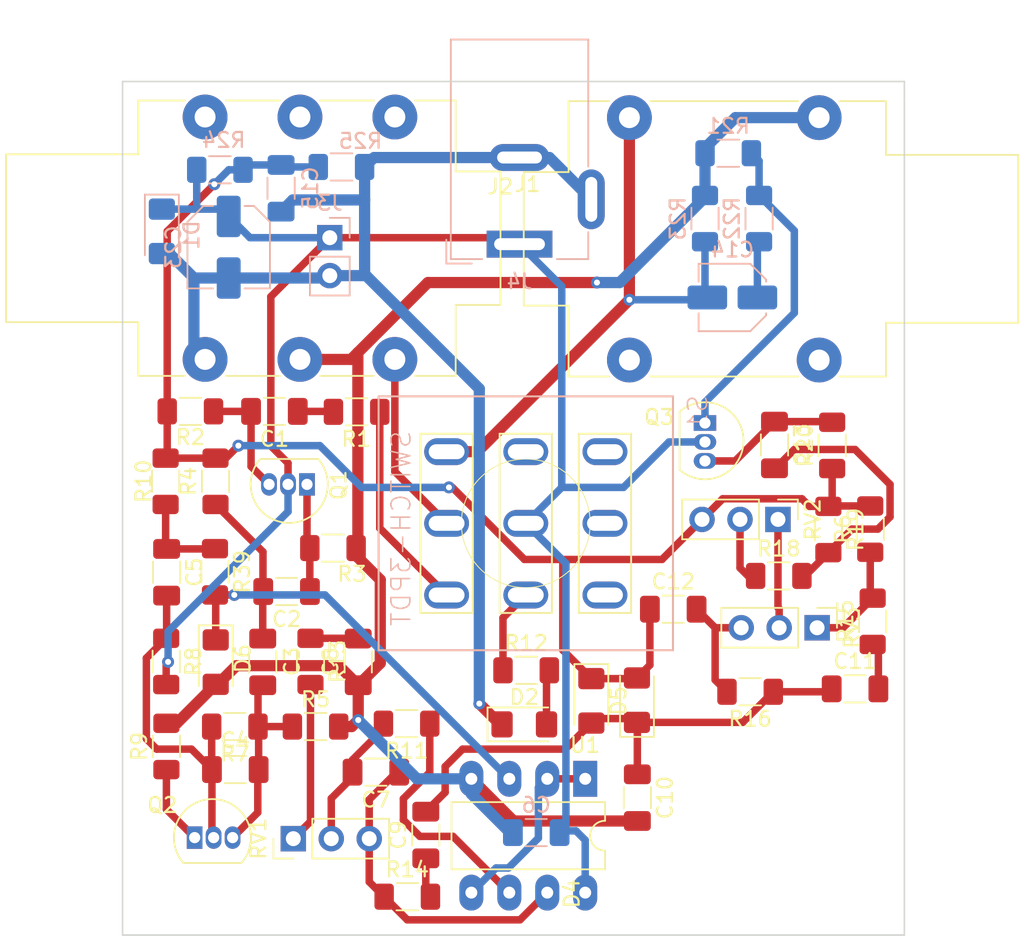
<source format=kicad_pcb>
(kicad_pcb (version 20211014) (generator pcbnew)
  (layers (0 "F.Cu" signal) (31 "B.Cu" signal) (34 "B.Paste" user) (35 "F.Paste" user) (36 "B.SilkS" user "B.Silkscreen") (37 "F.SilkS" user "F.Silkscreen") (38 "B.Mask" user) (39 "F.Mask" user) (44 "Edge.Cuts" user))
  (net 0 "")
  (net 1 "Net-(C1-Pad1)")
  (net 2 "Net-(C1-Pad2)")
  (net 3 "Net-(C2-Pad1)")
  (net 4 "Net-(C3-Pad1)")
  (net 5 "Net-(C4-Pad2)")
  (net 6 "Net-(C5-Pad1)")
  (net 7 "Net-(C7-Pad1)")
  (net 8 "Net-(C7-Pad2)")
  (net 9 "GND")
  (net 10 "Net-(C8-Pad2)")
  (net 11 "Net-(C9-Pad1)")
  (net 12 "Op-Amp Output")
  (net 13 "Net-(C11-Pad2)")
  (net 14 "+4.5V")
  (net 15 "Net-(C12-Pad2)")
  (net 16 "Net-(C13-Pad1)")
  (net 17 "Net-(C2-Pad2)")
  (net 18 "+9V")
  (net 23 "Net-(Q2-Pad1)")
  (net 24 "Net-(R15-Pad2)")
  (net 25 "Net-(R11-Pad1)")
  (net 26 "Net-(R13-Pad2)")
  (net 27 "Net-(C14-Pad1)")
  (net 28 "Net-(RV2-Pad1)")
  (net 29 "Net-(U1-Pad2)")
  (net 30 "Net-(Q3-Pad1)")
  (net 31 "Net-(R18-Pad1)")
  (net 32 "Net-(D6-Pad1)")
  (net 33 "Net-(C13-Pad2)")
  (net 34 "Bypass")
  (net 35 "GND1")
  (net 36 "Net-(D2-Pad2)")
  (net 38 "Net-(J1-PadT)")
  (net 39 "Net-(R1-Pad1)")
  (net 40 "Net-(R12-Pad1)")
  (footprint "Capacitor_SMD:C_1206_3216Metric_Pad1.33x1.80mm_HandSolder" (layer "F.Cu") (at 56.1175 143.002 90)
    (fp_text reference "C3")
    (fp_text value "47n")
  )
  (footprint "Resistor_SMD:R_1206_3216Metric_Pad1.30x1.75mm_HandSolder" (layer "F.Cu") (at 94.225452 128.506549 90)
    (fp_text reference "R20")
    (fp_text value "1M")
  )
  (footprint "Resistor_SMD:R_1206_3216Metric_Pad1.30x1.75mm_HandSolder" (layer "F.Cu") (at 52.921184 136.97 -90)
    (fp_text reference "R39")
    (fp_text value "47k")
  )
  (footprint "Package_TO_SOT_THT:TO-92L_Inline" (layer "F.Cu") (at 59.081 131.116508 180)
    (fp_text reference "Q1")
    (fp_text value "2SC2240")
  )
  (footprint "Diode_SMD:D_1206_3216Metric_Pad1.42x1.75mm_HandSolder" (layer "F.Cu") (at 81.162141 145.565384 90)
    (fp_text reference "D4")
    (fp_text value "1N4148")
  )
  (footprint "Resistor_SMD:R_1206_3216Metric_Pad1.30x1.75mm_HandSolder" (layer "F.Cu") (at 73.746 143.566)
    (fp_text reference "R12")
    (fp_text value "680R")
  )
  (footprint "Resistor_SMD:R_1206_3216Metric_Pad1.30x1.75mm_HandSolder" (layer "F.Cu") (at 90.652 137.246)
    (fp_text reference "R18")
    (fp_text value "10k")
  )
  (footprint "Capacitor_SMD:C_1206_3216Metric_Pad1.33x1.80mm_HandSolder" (layer "F.Cu") (at 62.509 143.002 90)
    (fp_text reference "C8")
    (fp_text value "470n")
  )
  (footprint "Connector_PinHeader_2.54mm:PinHeader_1x03_P2.54mm_Vertical" (layer "F.Cu") (at 58.165 154.839 90)
    (fp_text reference "RV1")
    (fp_text value "100k")
  )
  (footprint "Resistor_SMD:R_1206_3216Metric_Pad1.30x1.75mm_HandSolder" (layer "F.Cu") (at 88.737 145.003 180)
    (fp_text reference "R16")
    (fp_text value "6.8k")
  )
  (footprint "Capacitor_SMD:C_1206_3216Metric_Pad1.33x1.80mm_HandSolder" (layer "F.Cu") (at 57.714 138.290352 180)
    (fp_text reference "C2")
    (fp_text value "470n")
  )
  (footprint "Resistor_SMD:R_1206_3216Metric_Pad1.30x1.75mm_HandSolder" (layer "F.Cu") (at 62.400285 126.258725 180)
    (fp_text reference "R1")
    (fp_text value "1k")
  )
  (footprint "Resistor_SMD:R_1206_3216Metric_Pad1.30x1.75mm_HandSolder" (layer "F.Cu") (at 60.819 135.382)
    (fp_text reference "R3")
    (fp_text value "10K")
  )
  (footprint "Resistor_SMD:R_1206_3216Metric_Pad1.30x1.75mm_HandSolder" (layer "F.Cu") (at 65.747 147.137673 180)
    (fp_text reference "R11")
    (fp_text value "100k")
  )
  (footprint "Capacitor_SMD:C_1206_3216Metric_Pad1.33x1.80mm_HandSolder" (layer "F.Cu") (at 83.59 139.474)
    (fp_text reference "C12")
    (fp_text value "100n")
  )
  (footprint "DS1_Footprints:Jack_6.35mm_Neutrik_NMJ4HFD2_Horizontal" (layer "F.Cu") (at 80.656 106.56)
    (fp_text reference "J2")
    (fp_text value "AudioJack2_Switch")
  )
  (footprint "Resistor_SMD:R_1206_3216Metric_Pad1.30x1.75mm_HandSolder" (layer "F.Cu") (at 59.31325 142.972 -90)
    (fp_text reference "R13")
    (fp_text value "4.7k")
  )
  (footprint "DS1_Footprints:Jack_6.35mm_Neutrik_NMJ6HFD2_Horizontal" (layer "F.Cu") (at 64.96 122.748 180)
    (fp_text reference "J1")
    (fp_text value "AudioJack3_Switch")
  )
  (footprint "Resistor_SMD:R_1206_3216Metric_Pad1.30x1.75mm_HandSolder" (layer "F.Cu") (at 52.958 130.91 90)
    (fp_text reference "R4")
    (fp_text value "100k")
  )
  (footprint "Resistor_SMD:R_1206_3216Metric_Pad1.30x1.75mm_HandSolder" (layer "F.Cu") (at 49.656 142.972 -90)
    (fp_text reference "R8")
    (fp_text value "10k")
  )
  (footprint "LED_SMD:LED_1206_3216Metric_Pad1.42x1.75mm_HandSolder" (layer "F.Cu") (at 73.6215 147.187673)
    (fp_text reference "D2")
    (fp_text value "LED")
  )
  (footprint "Connector_PinHeader_2.54mm:PinHeader_1x03_P2.54mm_Vertical" (layer "F.Cu") (at 90.598991 133.462051 -90)
    (fp_text reference "RV2")
    (fp_text value "100k")
  )
  (footprint "Capacitor_SMD:C_1206_3216Metric_Pad1.33x1.80mm_HandSolder" (layer "F.Cu") (at 56.899414 126.228725 180)
    (fp_text reference "C1")
    (fp_text value "47n")
  )
  (footprint "Capacitor_SMD:C_1206_3216Metric_Pad1.33x1.80mm_HandSolder" (layer "F.Cu") (at 63.690836 150.384393 180)
    (fp_text reference "C7")
    (fp_text value "100p")
  )
  (footprint "Resistor_SMD:R_1206_3216Metric_Pad1.30x1.75mm_HandSolder" (layer "F.Cu") (at 96.937 140.284 90)
    (fp_text reference "R15")
    (fp_text value "2.2k")
  )
  (footprint "Capacitor_SMD:C_1206_3216Metric_Pad1.33x1.80mm_HandSolder" (layer "F.Cu") (at 95.757 144.808)
    (fp_text reference "C11")
    (fp_text value "22n")
  )
  (footprint "Diode_SMD:D_1206_3216Metric_Pad1.42x1.75mm_HandSolder" (layer "F.Cu") (at 52.971184 143.017 -90)
    (fp_text reference "D6")
    (fp_text value "1N4148")
  )
  (footprint "Package_TO_SOT_THT:TO-92L_Inline" (layer "F.Cu") (at 85.714223 127.006549 -90)
    (fp_text reference "Q3")
    (fp_text value "2SC2240")
  )
  (footprint "Connector_PinHeader_2.54mm:PinHeader_1x03_P2.54mm_Vertical" (layer "F.Cu") (at 93.218 140.716 -90)
    (fp_text reference "RV3")
    (fp_text value "20k")
  )
  (footprint "Resistor_SMD:R_1206_3216Metric_Pad1.30x1.75mm_HandSolder" (layer "F.Cu") (at 65.792661 158.72547)
    (fp_text reference "R14")
    (fp_text value "2.2k")
  )
  (footprint "Resistor_SMD:R_1206_3216Metric_Pad1.30x1.75mm_HandSolder" (layer "F.Cu") (at 96.774 134.112051 90)
    (fp_text reference "R6")
    (fp_text value "6.8k")
  )
  (footprint "Package_TO_SOT_THT:TO-92L_Inline" (layer "F.Cu") (at 51.562 154.768)
    (fp_text reference "Q2")
    (fp_text value "2SC2240")
  )
  (footprint "Resistor_SMD:R_1206_3216Metric_Pad1.30x1.75mm_HandSolder" (layer "F.Cu") (at 49.671 148.664 90)
    (fp_text reference "R9")
    (fp_text value "22R")
  )
  (footprint "SparkFun-Electromechanical:STOMP-SWITCH-3PDT" (layer "F.Cu") (at 73.72208 133.72534)
    (fp_text reference "S1")
    (fp_text value "SWITCH-3PDT")
  )
  (footprint "Resistor_SMD:R_1206_3216Metric_Pad1.30x1.75mm_HandSolder" (layer "F.Cu") (at 54.251184 147.334 180)
    (fp_text reference "R7")
    (fp_text value "470k")
  )
  (footprint "Resistor_SMD:R_1206_3216Metric_Pad1.30x1.75mm_HandSolder" (layer "F.Cu") (at 59.653 147.334)
    (fp_text reference "R5")
    (fp_text value "100k")
  )
  (footprint "Resistor_SMD:R_1206_3216Metric_Pad1.30x1.75mm_HandSolder" (layer "F.Cu") (at 93.971452 134.138 -90)
    (fp_text reference "R19")
    (fp_text value "1M")
  )
  (footprint "Capacitor_SMD:C_1206_3216Metric_Pad1.33x1.80mm_HandSolder" (layer "F.Cu") (at 81.188 152.093 -90)
    (fp_text reference "C10")
    (fp_text value "10n")
  )
  (footprint "Capacitor_SMD:C_1206_3216Metric_Pad1.33x1.80mm_HandSolder" (layer "F.Cu") (at 90.366454 128.476549 -90)
    (fp_text reference "C13")
    (fp_text value "47n")
  )
  (footprint "Capacitor_SMD:C_1206_3216Metric_Pad1.33x1.80mm_HandSolder" (layer "F.Cu") (at 54.281184 150.212 180)
    (fp_text reference "C4")
    (fp_text value "250p")
  )
  (footprint "Resistor_SMD:R_1206_3216Metric_Pad1.30x1.75mm_HandSolder" (layer "F.Cu") (at 49.619184 130.91 -90)
    (fp_text reference "R10")
    (fp_text value "100k")
  )
  (footprint "Resistor_SMD:R_1206_3216Metric_Pad1.30x1.75mm_HandSolder" (layer "F.Cu") (at 51.275508 126.228725)
    (fp_text reference "R2")
    (fp_text value "470k")
  )
  (footprint "Diode_SMD:D_1206_3216Metric_Pad1.42x1.75mm_HandSolder" (layer "F.Cu") (at 78.11 145.610384 -90)
    (fp_text reference "D5")
    (fp_text value "1N4148")
  )
  (footprint "Capacitor_SMD:C_1206_3216Metric_Pad1.33x1.80mm_HandSolder" (layer "F.Cu") (at 49.686 137 -90)
    (fp_text reference "C5")
    (fp_text value "68n")
  )
  (footprint "Package_DIP:DIP-8_W7.62mm_LongPads" (layer "F.Cu") (at 77.699 150.832 -90)
    (fp_text reference "U1")
    (fp_text value "NE5532")
  )
  (footprint "Capacitor_SMD:C_1206_3216Metric_Pad1.33x1.80mm_HandSolder" (layer "F.Cu") (at 67.031 154.594 90)
    (fp_text reference "C9")
    (fp_text value "470n")
  )
  (footprint "Resistor_SMD:R_1206_3216Metric_Pad1.30x1.75mm_HandSolder" (layer "B.Cu") (at 61.385494 109.861819)
    (fp_text reference "R25")
    (fp_text value "10k")
  )
  (footprint "Diode_SMD:D_1206_3216Metric_Pad1.42x1.75mm_HandSolder" (layer "B.Cu") (at 49.3665 114.173 -90)
    (fp_text reference "D1")
    (fp_text value "1N4148")
  )
  (footprint "Capacitor_SMD:C_Elec_5x5.8" (layer "B.Cu") (at 53.8393 115.2358 -90)
    (fp_text reference "C23")
    (fp_text value "100u/16V")
  )
  (footprint "Resistor_SMD:R_1206_3216Metric_Pad1.30x1.75mm_HandSolder" (layer "B.Cu") (at 89.33573 113.319277 -90)
    (fp_text reference "R22")
    (fp_text value "1k")
  )
  (footprint "Resistor_SMD:R_1206_3216Metric_Pad1.30x1.75mm_HandSolder" (layer "B.Cu") (at 53.2505 110.052128)
    (fp_text reference "R24")
    (fp_text value "10k")
  )
  (footprint "Capacitor_SMD:C_1206_3216Metric_Pad1.33x1.80mm_HandSolder" (layer "B.Cu") (at 57.3457 111.2905 -90)
    (fp_text reference "C15")
    (fp_text value "47u/10V")
  )
  (footprint "Connector_PinHeader_2.54mm:PinHeader_1x02_P2.54mm_Vertical" (layer "B.Cu") (at 60.606 114.5985 180)
    (fp_text reference "J3")
    (fp_text value "BAT_CON")
  )
  (footprint "Capacitor_SMD:C_Elec_4x5.4" (layer "B.Cu") (at 87.546488 118.601602 180)
    (fp_text reference "C14")
    (fp_text value "1u/6.3V")
  )
  (footprint "Resistor_SMD:R_1206_3216Metric_Pad1.30x1.75mm_HandSolder" (layer "B.Cu") (at 87.269563 108.941277 180)
    (fp_text reference "R21")
    (fp_text value "10k")
  )
  (footprint "Capacitor_SMD:C_1206_3216Metric_Pad1.33x1.80mm_HandSolder" (layer "B.Cu") (at 74.422 154.432 180)
    (fp_text reference "C6")
    (fp_text value "100n")
  )
  (footprint "Resistor_SMD:R_1206_3216Metric_Pad1.30x1.75mm_HandSolder" (layer "B.Cu") (at 85.715808 113.319277 -90)
    (fp_text reference "R23")
    (fp_text value "100k")
  )
  (footprint "Connector_BarrelJack:BarrelJack_Wuerth_6941xx301002" (layer "B.Cu") (at 73.3035 115.031)
    (fp_text reference "J4")
    (fp_text value "PWR_SUPP_COM")
  )
  (gr_line (start 46.736 161.29) (end 99.06 161.29) (layer "Edge.Cuts") (width 0.1))
  (gr_line (start 46.736 104.14) (end 46.736 161.29) (layer "Edge.Cuts") (width 0.1))
  (gr_line (start 99.06 105.41) (end 99.06 161.29) (layer "Edge.Cuts") (width 0.1))
  (gr_line (start 99.06 104.14) (end 99.06 105.41) (layer "Edge.Cuts") (width 0.1))
  (gr_line (start 46.736 104.14) (end 99.06 104.14) (layer "Edge.Cuts") (width 0.1))
  (segment (start 58.461914 126.228725) (end 60.820285 126.228725) (width 0.5) (layer "F.Cu") (net 1))
  (segment (start 60.820285 126.228725) (end 60.850285 126.258725) (width 0.5) (layer "F.Cu") (net 1))
  (segment (start 55.336914 129.912422) (end 55.336914 126.228725) (width 0.5) (layer "F.Cu") (net 2))
  (segment (start 56.541 131.116508) (end 55.336914 129.912422) (width 0.5) (layer "F.Cu") (net 2))
  (segment (start 52.825508 126.228725) (end 55.336914 126.228725) (width 0.5) (layer "F.Cu") (net 2))
  (segment (start 55.306914 126.198725) (end 55.336914 126.228725) (width 0.25) (layer "F.Cu") (net 2))
  (segment (start 59.081 135.194) (end 59.269 135.382) (width 0.5) (layer "F.Cu") (net 3))
  (segment (start 59.081 131.116508) (end 59.081 135.194) (width 0.5) (layer "F.Cu") (net 3))
  (segment (start 59.269 138.282852) (end 59.2765 138.290352) (width 0.5) (layer "F.Cu") (net 3))
  (segment (start 59.269 135.382) (end 59.269 138.282852) (width 0.5) (layer "F.Cu") (net 3))
  (segment (start 55.801184 144.880816) (end 56.1175 144.5645) (width 0.5) (layer "F.Cu") (net 4))
  (segment (start 54.102 154.768) (end 55.786056 153.083944) (width 0.5) (layer "F.Cu") (net 4))
  (segment (start 55.843684 150.212) (end 55.843684 147.180173) (width 0.5) (layer "F.Cu") (net 4))
  (segment (start 55.997511 147.334) (end 55.801184 147.137673) (width 0.5) (layer "F.Cu") (net 4))
  (segment (start 58.103 147.334) (end 55.997511 147.334) (width 0.5) (layer "F.Cu") (net 4))
  (segment (start 55.843684 147.180173) (end 55.801184 147.137673) (width 0.5) (layer "F.Cu") (net 4))
  (segment (start 55.801184 147.137673) (end 55.801184 144.880816) (width 0.5) (layer "F.Cu") (net 4))
  (segment (start 55.786056 153.083944) (end 55.786056 150.212) (width 0.5) (layer "F.Cu") (net 4))
  (segment (start 52.718684 154.654684) (end 52.832 154.768) (width 0.5) (layer "F.Cu") (net 5))
  (segment (start 49.686 138.5625) (end 49.686 141.392) (width 0.5) (layer "F.Cu") (net 5))
  (segment (start 48.331 142.747) (end 49.656 141.422) (width 0.5) (layer "F.Cu") (net 5))
  (segment (start 49.686 141.392) (end 49.656 141.422) (width 0.5) (layer "F.Cu") (net 5))
  (segment (start 52.718684 150.212) (end 52.718684 154.654684) (width 0.5) (layer "F.Cu") (net 5))
  (segment (start 52.718684 150.212) (end 51.350684 148.844) (width 0.5) (layer "F.Cu") (net 5))
  (segment (start 51.350684 148.844) (end 49.022 148.844) (width 0.5) (layer "F.Cu") (net 5))
  (segment (start 48.331 148.153) (end 48.331 142.747) (width 0.5) (layer "F.Cu") (net 5))
  (segment (start 49.022 148.844) (end 48.331 148.153) (width 0.5) (layer "F.Cu") (net 5))
  (segment (start 52.701184 150.1945) (end 52.718684 150.212) (width 0.5) (layer "F.Cu") (net 5))
  (segment (start 52.701184 147.334) (end 52.701184 150.1945) (width 0.5) (layer "F.Cu") (net 5))
  (segment (start 49.619184 135.370684) (end 49.686 135.4375) (width 0.5) (layer "F.Cu") (net 6))
  (segment (start 49.619184 132.46) (end 49.619184 135.370684) (width 0.5) (layer "F.Cu") (net 6))
  (segment (start 49.686 135.4375) (end 52.903684 135.4375) (width 0.5) (layer "F.Cu") (net 6))
  (segment (start 52.903684 135.4375) (end 52.921184 135.42) (width 0.5) (layer "F.Cu") (net 6))
  (segment (start 63.245 154.839) (end 63.245 152.223) (width 0.5) (layer "F.Cu") (net 7))
  (segment (start 65.791191 160.274) (end 73.337 160.274) (width 0.5) (layer "F.Cu") (net 7))
  (segment (start 63.245 157.727809) (end 63.245 154.839) (width 0.5) (layer "F.Cu") (net 7))
  (segment (start 63.245 152.223) (end 65.083607 150.384393) (width 0.5) (layer "F.Cu") (net 7))
  (segment (start 65.083607 150.384393) (end 65.253336 150.384393) (width 0.5) (layer "F.Cu") (net 7))
  (segment (start 64.242661 158.72547) (end 65.791191 160.274) (width 0.5) (layer "F.Cu") (net 7))
  (segment (start 64.242661 158.72547) (end 63.245 157.727809) (width 0.5) (layer "F.Cu") (net 7))
  (segment (start 73.337 160.274) (end 75.159 158.452) (width 0.5) (layer "F.Cu") (net 7))
  (segment (start 62.128336 150.384393) (end 62.128336 149.557664) (width 0.5) (layer "F.Cu") (net 8))
  (segment (start 62.128336 150.723664) (end 62.128336 150.384393) (width 0.5) (layer "F.Cu") (net 8))
  (segment (start 62.128336 149.557664) (end 64.197 147.489) (width 0.5) (layer "F.Cu") (net 8))
  (segment (start 60.705 154.839) (end 60.705 152.147) (width 0.5) (layer "F.Cu") (net 8))
  (segment (start 60.705 152.147) (end 62.128336 150.723664) (width 0.5) (layer "F.Cu") (net 8))
  (segment (start 62.484 122.289506) (end 67.171506 117.602) (width 0.75) (layer "F.Cu") (net 9))
  (segment (start 62.369 135.382) (end 62.484 135.267) (width 0.75) (layer "F.Cu") (net 9))
  (segment (start 62.369 135.89) (end 62.369 135.382) (width 0.75) (layer "F.Cu") (net 9))
  (segment (start 49.671 147.114) (end 50.361684 147.114) (width 0.75) (layer "F.Cu") (net 9))
  (segment (start 52.971184 144.5045) (end 53.1075 144.5045) (width 0.75) (layer "F.Cu") (net 9))
  (segment (start 58.61 122.748) (end 62.025506 122.748) (width 0.75) (layer "F.Cu") (net 9))
  (segment (start 63.984 143.0895) (end 63.984 137.505) (width 0.75) (layer "F.Cu") (net 9))
  (segment (start 62.072675 147.334) (end 61.203 147.334) (width 0.75) (layer "F.Cu") (net 9))
  (segment (start 72.9025 153.6555) (end 81.188 153.6555) (width 0.75) (layer "F.Cu") (net 9))
  (segment (start 70.079 150.832) (end 72.9025 153.6555) (width 0.75) (layer "F.Cu") (net 9))
  (segment (start 62.509 144.5645) (end 63.984 143.0895) (width 0.75) (layer "F.Cu") (net 9))
  (segment (start 53.1075 144.5045) (end 54.356 143.256) (width 0.75) (layer "F.Cu") (net 9))
  (segment (start 54.356 143.256) (end 61.2005 143.256) (width 0.75) (layer "F.Cu") (net 9))
  (segment (start 61.2005 143.256) (end 62.509 144.5645) (width 0.75) (layer "F.Cu") (net 9))
  (segment (start 62.509 144.5645) (end 62.509 146.897675) (width 0.75) (layer "F.Cu") (net 9))
  (segment (start 63.984 137.505) (end 62.369 135.89) (width 0.75) (layer "F.Cu") (net 9))
  (segment (start 62.509 146.897675) (end 62.072675 147.334) (width 0.75) (layer "F.Cu") (net 9))
  (segment (start 62.484 135.267) (end 62.484 122.289506) (width 0.75) (layer "F.Cu") (net 9))
  (segment (start 62.025506 122.748) (end 62.484 122.289506) (width 0.75) (layer "F.Cu") (net 9))
  (segment (start 67.171506 117.602) (end 78.486 117.602) (width 0.75) (layer "F.Cu") (net 9))
  (segment (start 50.361684 147.114) (end 52.971184 144.5045) (width 0.75) (layer "F.Cu") (net 9))
  (via (at 78.486 117.602) (size 0.8) (drill 0.4) (layers "F.Cu" "B.Cu") (net 9))
  (via (at 62.509 146.897675) (size 0.8) (drill 0.4) (layers "F.Cu" "B.Cu") (net 9))
  (segment (start 70.079 150.832) (end 70.079 151.842359) (width 0.75) (layer "B.Cu") (net 9))
  (segment (start 80.01 117.602) (end 85.715808 111.896192) (width 0.75) (layer "B.Cu") (net 9))
  (segment (start 66.443325 150.832) (end 62.509 146.897675) (width 0.75) (layer "B.Cu") (net 9))
  (segment (start 85.719563 108.941277) (end 85.719563 108.590437) (width 0.75) (layer "B.Cu") (net 9))
  (segment (start 85.719563 108.590437) (end 87.75 106.56) (width 0.75) (layer "B.Cu") (net 9))
  (segment (start 70.079 150.832) (end 66.443325 150.832) (width 0.75) (layer "B.Cu") (net 9))
  (segment (start 85.715808 108.945032) (end 85.719563 108.941277) (width 0.75) (layer "B.Cu") (net 9))
  (segment (start 85.715808 111.769277) (end 85.715808 108.945032) (width 0.75) (layer "B.Cu") (net 9))
  (segment (start 87.75 106.56) (end 93.356 106.56) (width 0.75) (layer "B.Cu") (net 9))
  (segment (start 85.715808 111.896192) (end 85.715808 111.769277) (width 0.75) (layer "B.Cu") (net 9))
  (segment (start 70.079 151.842359) (end 72.5525 154.315859) (width 0.75) (layer "B.Cu") (net 9))
  (segment (start 78.486 117.602) (end 80.01 117.602) (width 0.75) (layer "B.Cu") (net 9))
  (segment (start 59.31325 141.422) (end 62.4915 141.422) (width 0.5) (layer "F.Cu") (net 10))
  (segment (start 62.4915 141.422) (end 62.509 141.4395) (width 0.5) (layer "F.Cu") (net 10))
  (segment (start 67.342661 158.72547) (end 67.031 158.413809) (width 0.5) (layer "F.Cu") (net 11))
  (segment (start 67.031 158.413809) (end 67.031 156.1565) (width 0.5) (layer "F.Cu") (net 11))
  (segment (start 68.326 151.7365) (end 68.326 150.011616) (width 0.5) (layer "F.Cu") (net 12))
  (segment (start 81.162141 147.052884) (end 81.188 147.078743) (width 0.5) (layer "F.Cu") (net 12))
  (segment (start 68.326 150.011616) (end 69.493616 148.844) (width 0.5) (layer "F.Cu") (net 12))
  (segment (start 88.237116 147.052884) (end 90.287 145.003) (width 0.5) (layer "F.Cu") (net 12))
  (segment (start 80.908141 146.798884) (end 81.162141 147.052884) (width 0.5) (layer "F.Cu") (net 12))
  (segment (start 90.287 145.003) (end 93.9995 145.003) (width 0.5) (layer "F.Cu") (net 12))
  (segment (start 78.11 146.9885) (end 78.299616 146.798884) (width 0.5) (layer "F.Cu") (net 12))
  (segment (start 67.031 153.0315) (end 68.326 151.7365) (width 0.5) (layer "F.Cu") (net 12))
  (segment (start 81.162141 147.052884) (end 88.237116 147.052884) (width 0.5) (layer "F.Cu") (net 12))
  (segment (start 81.188 147.078743) (end 81.188 150.5305) (width 0.5) (layer "F.Cu") (net 12))
  (segment (start 78.299616 146.798884) (end 80.908141 146.798884) (width 0.5) (layer "F.Cu") (net 12))
  (segment (start 76.363884 148.844) (end 78.11 147.097884) (width 0.5) (layer "F.Cu") (net 12))
  (segment (start 93.9995 145.003) (end 94.1945 144.808) (width 0.5) (layer "F.Cu") (net 12))
  (segment (start 69.493616 148.844) (end 76.363884 148.844) (width 0.5) (layer "F.Cu") (net 12))
  (segment (start 97.3195 142.2165) (end 96.937 141.834) (width 0.5) (layer "F.Cu") (net 13))
  (segment (start 97.3195 144.808) (end 97.3195 142.2165) (width 0.5) (layer "F.Cu") (net 13))
  (segment (start 82.837042 136.144) (end 85.518991 133.462051) (width 0.5) (layer "F.Cu") (net 14))
  (segment (start 54.487414 128.524) (end 53.651414 129.36) (width 0.5) (layer "F.Cu") (net 14))
  (segment (start 76.2 142.212884) (end 78.11 144.122884) (width 0.5) (layer "F.Cu") (net 14))
  (segment (start 49.725508 126.228725) (end 49.725508 129.290492) (width 0.5) (layer "F.Cu") (net 14))
  (segment (start 94.225452 132.334) (end 94.225452 130.056549) (width 0.5) (layer "F.Cu") (net 14))
  (segment (start 73.914 136.144) (end 76.2 136.144) (width 0.5) (layer "F.Cu") (net 14))
  (segment (start 93.997401 132.562051) (end 96.774 132.562051) (width 0.5) (layer "F.Cu") (net 14))
  (segment (start 53.651414 129.36) (end 52.921184 129.36) (width 0.5) (layer "F.Cu") (net 14))
  (segment (start 73.631552 136.144) (end 73.914 136.144) (width 0.5) (layer "F.Cu") (net 14))
  (segment (start 81.162141 144.077884) (end 82.0275 143.212525) (width 0.5) (layer "F.Cu") (net 14))
  (segment (start 76.2 136.144) (end 76.2 142.212884) (width 0.5) (layer "F.Cu") (net 14))
  (segment (start 49.656 129.36) (end 52.921184 129.36) (width 0.5) (layer "F.Cu") (net 14))
  (segment (start 78.11 144.122884) (end 81.117141 144.122884) (width 0.5) (layer "F.Cu") (net 14))
  (segment (start 93.971452 132.588) (end 92.71 132.588) (width 0.5) (layer "F.Cu") (net 14))
  (segment (start 81.117141 144.122884) (end 81.162141 144.077884) (width 0.5) (layer "F.Cu") (net 14))
  (segment (start 86.901042 132.08) (end 85.518991 133.462051) (width 0.5) (layer "F.Cu") (net 14))
  (segment (start 92.71 132.588) (end 92.202 132.08) (width 0.5) (layer "F.Cu") (net 14))
  (segment (start 92.202 132.08) (end 86.901042 132.08) (width 0.5) (layer "F.Cu") (net 14))
  (segment (start 49.725508 114.171313) (end 52.878447 111.018374) (width 0.5) (layer "F.Cu") (net 14))
  (segment (start 68.805552 131.318) (end 73.631552 136.144) (width 0.5) (layer "F.Cu") (net 14))
  (segment (start 49.725508 129.290492) (end 49.656 129.36) (width 0.5) (layer "F.Cu") (net 14))
  (segment (start 93.971452 132.588) (end 94.225452 132.334) (width 0.5) (layer "F.Cu") (net 14))
  (segment (start 68.58 131.318) (end 68.805552 131.318) (width 0.5) (layer "F.Cu") (net 14))
  (segment (start 49.725508 126.228725) (end 49.725508 114.171313) (width 0.5) (layer "F.Cu") (net 14))
  (segment (start 73.914 136.144) (end 82.837042 136.144) (width 0.5) (layer "F.Cu") (net 14))
  (segment (start 93.971452 132.588) (end 93.997401 132.562051) (width 0.5) (layer "F.Cu") (net 14))
  (segment (start 82.0275 143.212525) (end 82.0275 139.474) (width 0.5) (layer "F.Cu") (net 14))
  (via (at 68.58 131.318) (size 0.8) (drill 0.4) (layers "F.Cu" "B.Cu") (net 14))
  (via (at 54.487414 128.524) (size 0.8) (drill 0.4) (layers "F.Cu" "B.Cu") (net 14))
  (via (at 52.878447 111.018374) (size 0.8) (drill 0.4) (layers "F.Cu" "B.Cu") (net 14))
  (segment (start 62.738 131.318) (end 68.58 131.318) (width 0.5) (layer "B.Cu") (net 14))
  (segment (start 52.878447 111.018374) (end 53.844693 110.052128) (width 0.5) (layer "B.Cu") (net 14))
  (segment (start 57.3457 109.728) (end 55.124628 109.728) (width 0.5) (layer "B.Cu") (net 14))
  (segment (start 53.844693 110.052128) (end 54.8005 110.052128) (width 0.5) (layer "B.Cu") (net 14))
  (segment (start 59.944 128.524) (end 62.738 131.318) (width 0.5) (layer "B.Cu") (net 14))
  (segment (start 55.124628 109.728) (end 54.8005 110.052128) (width 0.5) (layer "B.Cu") (net 14))
  (segment (start 59.835494 109.861819) (end 57.479519 109.861819) (width 0.5) (layer "B.Cu") (net 14))
  (segment (start 57.479519 109.861819) (end 57.3457 109.728) (width 0.5) (layer "B.Cu") (net 14))
  (segment (start 54.487414 128.524) (end 59.944 128.524) (width 0.5) (layer "B.Cu") (net 14))
  (segment (start 88.138 140.716) (end 86.3945 140.716) (width 0.5) (layer "F.Cu") (net 15))
  (segment (start 86.3945 144.2105) (end 87.187 145.003) (width 0.5) (layer "F.Cu") (net 15))
  (segment (start 86.3945 140.716) (end 86.3945 144.2105) (width 0.5) (layer "F.Cu") (net 15))
  (segment (start 86.3945 140.716) (end 85.1525 139.474) (width 0.5) (layer "F.Cu") (net 15))
  (segment (start 87.733954 129.546549) (end 85.714223 129.546549) (width 0.5) (layer "F.Cu") (net 16))
  (segment (start 90.366454 126.914049) (end 87.733954 129.546549) (width 0.5) (layer "F.Cu") (net 16))
  (segment (start 94.182952 126.914049) (end 94.225452 126.956549) (width 0.5) (layer "F.Cu") (net 16))
  (segment (start 90.366454 126.914049) (end 94.182952 126.914049) (width 0.5) (layer "F.Cu") (net 16))
  (segment (start 56.1515 138.290352) (end 56.1175 138.324352) (width 0.5) (layer "F.Cu") (net 17))
  (segment (start 56.1175 138.324352) (end 56.1175 141.4395) (width 0.5) (layer "F.Cu") (net 17))
  (segment (start 56.134 138.272852) (end 56.1515 138.290352) (width 0.5) (layer "F.Cu") (net 17))
  (segment (start 52.958 132.46) (end 56.134 135.636) (width 0.5) (layer "F.Cu") (net 17))
  (segment (start 56.134 135.636) (end 56.134 138.272852) (width 0.5) (layer "F.Cu") (net 17))
  (segment (start 56.66 128.542) (end 57.811 129.693) (width 0.5) (layer "F.Cu") (net 18))
  (segment (start 57.811 129.693) (end 57.811 131.116508) (width 0.5) (layer "F.Cu") (net 18))
  (segment (start 60.606 114.5985) (end 72.871 114.5985) (width 0.5) (layer "F.Cu") (net 18))
  (segment (start 60.606 114.5985) (end 56.66 118.5445) (width 0.5) (layer "F.Cu") (net 18))
  (segment (start 49.784 143.002) (end 49.656 143.13) (width 0.5) (layer "F.Cu") (net 18))
  (segment (start 49.656 143.13) (end 49.656 144.522) (width 0.5) (layer "F.Cu") (net 18))
  (segment (start 72.871 114.5985) (end 73.3035 115.031) (width 0.5) (layer "F.Cu") (net 18))
  (segment (start 56.66 118.5445) (end 56.66 128.542) (width 0.5) (layer "F.Cu") (net 18))
  (via (at 49.784 143.002) (size 0.8) (drill 0.4) (layers "F.Cu" "B.Cu") (net 18))
  (segment (start 77.078141 154.315859) (end 77.699 154.936718) (width 0.5) (layer "B.Cu") (net 18))
  (segment (start 57.811 132.943) (end 57.811 131.116508) (width 0.5) (layer "B.Cu") (net 18))
  (segment (start 49.784 143.002) (end 49.784 140.97) (width 0.5) (layer "B.Cu") (net 18))
  (segment (start 75.9845 154.432) (end 76.409 154.0075) (width 0.5) (layer "B.Cu") (net 18))
  (segment (start 53.8393 113.1733) (end 53.3515 112.6855) (width 0.5) (layer "B.Cu") (net 18))
  (segment (start 76.409 154.0075) (end 76.409 136.41226) (width 0.5) (layer "B.Cu") (net 18))
  (segment (start 76.12942 131.318) (end 73.72208 133.72534) (width 0.5) (layer "B.Cu") (net 18))
  (segment (start 80.264 131.318) (end 76.12942 131.318) (width 0.5) (layer "B.Cu") (net 18))
  (segment (start 76.12942 117.85692) (end 76.12942 131.318) (width 0.5) (layer "B.Cu") (net 18))
  (segment (start 85.714223 128.276549) (end 83.305451 128.276549) (width 0.5) (layer "B.Cu") (net 18))
  (segment (start 51.6525 112.6855) (end 49.3665 112.6855) (width 0.5) (layer "B.Cu") (net 18))
  (segment (start 49.3665 112.6855) (end 49.3665 112.386128) (width 0.5) (layer "B.Cu") (net 18))
  (segment (start 60.606 114.5985) (end 55.2645 114.5985) (width 0.5) (layer "B.Cu") (net 18))
  (segment (start 53.3515 112.6855) (end 51.6525 112.6855) (width 0.5) (layer "B.Cu") (net 18))
  (segment (start 77.699 154.936718) (end 77.699 158.452) (width 0.5) (layer "B.Cu") (net 18))
  (segment (start 75.6775 154.315859) (end 77.078141 154.315859) (width 0.5) (layer "B.Cu") (net 18))
  (segment (start 83.305451 128.276549) (end 80.264 131.318) (width 0.5) (layer "B.Cu") (net 18))
  (segment (start 49.784 140.97) (end 57.811 132.943) (width 0.5) (layer "B.Cu") (net 18))
  (segment (start 51.7005 112.6375) (end 51.6525 112.6855) (width 0.5) (layer "B.Cu") (net 18))
  (segment (start 55.2645 114.5985) (end 53.8393 113.1733) (width 0.5) (layer "B.Cu") (net 18))
  (segment (start 76.409 136.41226) (end 73.72208 133.72534) (width 0.5) (layer "B.Cu") (net 18))
  (segment (start 73.3035 115.031) (end 76.12942 117.85692) (width 0.5) (layer "B.Cu") (net 18))
  (segment (start 51.7005 110.052128) (end 51.7005 112.6375) (width 0.5) (layer "B.Cu") (net 18))
  (segment (start 51.562 154.768) (end 49.671 152.877) (width 0.5) (layer "F.Cu") (net 23))
  (segment (start 49.671 152.877) (end 49.671 150.214) (width 0.5) (layer "F.Cu") (net 23))
  (segment (start 96.774 135.662051) (end 96.774 138.571) (width 0.5) (layer "F.Cu") (net 24))
  (segment (start 96.774 138.571) (end 96.937 138.734) (width 0.5) (layer "F.Cu") (net 24))
  (segment (start 94.955 140.716) (end 93.218 140.716) (width 0.5) (layer "F.Cu") (net 24))
  (segment (start 96.937 138.734) (end 94.955 140.716) (width 0.5) (layer "F.Cu") (net 24))
  (segment (start 67.297 150.393178) (end 67.297 147.137673) (width 0.5) (layer "F.Cu") (net 25))
  (segment (start 65.532 153.584949) (end 65.532 152.158178) (width 0.5) (layer "F.Cu") (net 25))
  (segment (start 65.532 152.158178) (end 67.297 150.393178) (width 0.5) (layer "F.Cu") (net 25))
  (segment (start 68.853 154.686) (end 66.633051 154.686) (width 0.5) (layer "F.Cu") (net 25))
  (segment (start 72.619 158.452) (end 68.853 154.686) (width 0.5) (layer "F.Cu") (net 25))
  (segment (start 66.633051 154.686) (end 65.532 153.584949) (width 0.5) (layer "F.Cu") (net 25))
  (segment (start 59.31325 144.522) (end 59.31325 153.69075) (width 0.5) (layer "F.Cu") (net 26))
  (segment (start 59.31325 153.69075) (end 58.165 154.839) (width 0.5) (layer "F.Cu") (net 26))
  (segment (start 89.221488 114.983519) (end 89.33573 114.869277) (width 0.5) (layer "B.Cu") (net 27))
  (segment (start 89.221488 118.601602) (end 89.221488 114.983519) (width 0.5) (layer "B.Cu") (net 27))
  (segment (start 90.598991 139.366991) (end 90.678 139.446) (width 0.5) (layer "F.Cu") (net 28))
  (segment (start 90.598991 133.462051) (end 90.598991 139.366991) (width 0.5) (layer "F.Cu") (net 28))
  (segment (start 90.678 139.446) (end 90.678 140.716) (width 0.5) (layer "F.Cu") (net 28))
  (segment (start 75.159 150.832) (end 77.699 150.832) (width 0.5) (layer "F.Cu") (net 29))
  (segment (start 72.56 156.802) (end 74.565 154.797) (width 0.5) (layer "B.Cu") (net 29))
  (segment (start 71.729 156.802) (end 72.56 156.802) (width 0.5) (layer "B.Cu") (net 29))
  (segment (start 70.079 158.452) (end 71.729 156.802) (width 0.5) (layer "B.Cu") (net 29))
  (segment (start 74.565 154.797) (end 74.565 151.426) (width 0.5) (layer "B.Cu") (net 29))
  (segment (start 74.565 151.426) (end 75.159 150.832) (width 0.5) (layer "B.Cu") (net 29))
  (segment (start 91.694 114.127547) (end 89.33573 111.769277) (width 0.5) (layer "B.Cu") (net 30))
  (segment (start 88.819563 108.941277) (end 89.33573 109.457444) (width 0.5) (layer "B.Cu") (net 30))
  (segment (start 91.694 119.634) (end 91.694 114.127547) (width 0.5) (layer "B.Cu") (net 30))
  (segment (start 85.714223 127.006549) (end 85.714223 125.613777) (width 0.5) (layer "B.Cu") (net 30))
  (segment (start 85.714223 125.613777) (end 91.694 119.634) (width 0.5) (layer "B.Cu") (net 30))
  (segment (start 89.33573 109.457444) (end 89.33573 111.769277) (width 0.5) (layer "B.Cu") (net 30))
  (segment (start 88.594 137.246) (end 88.058991 136.710991) (width 0.5) (layer "F.Cu") (net 31))
  (segment (start 87.884 133.637042) (end 88.058991 133.462051) (width 0.5) (layer "F.Cu") (net 31))
  (segment (start 88.058991 136.710991) (end 88.058991 133.462051) (width 0.5) (layer "F.Cu") (net 31))
  (segment (start 52.971184 141.5295) (end 52.971184 138.57) (width 0.5) (layer "F.Cu") (net 32))
  (segment (start 52.971184 138.57) (end 52.921184 138.52) (width 0.5) (layer "F.Cu") (net 32))
  (segment (start 54.2145 138.52) (end 52.921184 138.52) (width 0.5) (layer "F.Cu") (net 32))
  (via (at 54.2145 138.52) (size 0.8) (drill 0.4) (layers "F.Cu" "B.Cu") (net 32))
  (segment (start 54.2145 138.52) (end 60.288 138.52) (width 0.5) (layer "B.Cu") (net 32))
  (segment (start 60.288 138.52) (end 72.6 150.832) (width 0.5) (layer "B.Cu") (net 32))
  (segment (start 72.6 150.832) (end 72.619 150.832) (width 0.5) (layer "B.Cu") (net 32))
  (segment (start 95.758 128.778) (end 91.694 128.778) (width 0.5) (layer "F.Cu") (net 33))
  (segment (start 97.282 134.112) (end 98.099 133.295) (width 0.5) (layer "F.Cu") (net 33))
  (segment (start 92.413452 137.246) (end 93.971452 135.688) (width 0.5) (layer "F.Cu") (net 33))
  (segment (start 95.547452 134.112) (end 97.282 134.112) (width 0.5) (layer "F.Cu") (net 33))
  (segment (start 90.372951 130.099049) (end 90.366454 130.099049) (width 0.5) (layer "F.Cu") (net 33))
  (segment (start 98.099 131.119) (end 95.758 128.778) (width 0.5) (layer "F.Cu") (net 33))
  (segment (start 93.971452 135.688) (end 95.547452 134.112) (width 0.5) (layer "F.Cu") (net 33))
  (segment (start 98.099 133.295) (end 98.099 131.119) (width 0.5) (layer "F.Cu") (net 33))
  (segment (start 91.694 128.778) (end 90.372951 130.099049) (width 0.5) (layer "F.Cu") (net 33))
  (segment (start 80.656 118.756) (end 70.48472 128.92728) (width 0.75) (layer "F.Cu") (net 34))
  (segment (start 80.656 118.756) (end 80.656 106.56) (width 0.75) (layer "F.Cu") (net 34))
  (segment (start 70.48472 128.92728) (end 68.42364 128.92728) (width 0.75) (layer "F.Cu") (net 34))
  (via (at 80.656 118.756) (size 0.8) (drill 0.4) (layers "F.Cu" "B.Cu") (net 34))
  (segment (start 85.71709 118.756) (end 80.656 118.756) (width 0.5) (layer "B.Cu") (net 34))
  (segment (start 85.871488 118.601602) (end 85.71709 118.756) (width 0.5) (layer "B.Cu") (net 34))
  (segment (start 85.715808 114.869277) (end 85.715808 118.445922) (width 0.5) (layer "B.Cu") (net 34))
  (segment (start 85.715808 118.445922) (end 85.871488 118.601602) (width 0.5) (layer "B.Cu") (net 34))
  (segment (start 70.612 145.796) (end 72.003673 147.187673) (width 0.75) (layer "F.Cu") (net 35))
  (segment (start 72.003673 147.187673) (end 72.134 147.187673) (width 0.75) (layer "F.Cu") (net 35))
  (via (at 70.612 145.796) (size 0.8) (drill 0.4) (layers "F.Cu" "B.Cu") (net 35))
  (segment (start 51.5123 122.0003) (end 52.26 122.748) (width 0.75) (layer "B.Cu") (net 35))
  (segment (start 62.935494 112.070506) (end 62.935494 117.037494) (width 0.75) (layer "B.Cu") (net 35))
  (segment (start 63.0365 117.1385) (end 70.612 124.714) (width 0.75) (layer "B.Cu") (net 35))
  (segment (start 60.606 117.1385) (end 63.0365 117.1385) (width 0.75) (layer "B.Cu") (net 35))
  (segment (start 62.935494 112.070506) (end 62.935494 109.861819) (width 0.75) (layer "B.Cu") (net 35))
  (segment (start 62.935494 109.861819) (end 63.566313 109.231) (width 0.75) (layer "B.Cu") (net 35))
  (segment (start 53.8393 117.2983) (end 51.5123 117.2983) (width 0.75) (layer "B.Cu") (net 35))
  (segment (start 51.5123 117.2983) (end 51.5123 122.0003) (width 0.75) (layer "B.Cu") (net 35))
  (segment (start 70.612 124.714) (end 70.612 145.796) (width 0.75) (layer "B.Cu") (net 35))
  (segment (start 57.4537 112.961) (end 57.3457 112.853) (width 0.75) (layer "B.Cu") (net 35))
  (segment (start 73.3035 109.231) (end 75.3035 109.231) (width 0.75) (layer "B.Cu") (net 35))
  (segment (start 53.8393 117.2983) (end 60.4462 117.2983) (width 0.75) (layer "B.Cu") (net 35))
  (segment (start 60.4462 117.2983) (end 60.606 117.1385) (width 0.75) (layer "B.Cu") (net 35))
  (segment (start 57.3457 112.853) (end 58.128194 112.070506) (width 0.75) (layer "B.Cu") (net 35))
  (segment (start 58.128194 112.070506) (end 62.935494 112.070506) (width 0.75) (layer "B.Cu") (net 35))
  (segment (start 75.3035 109.231) (end 78.1035 112.031) (width 0.75) (layer "B.Cu") (net 35))
  (segment (start 49.8745 115.6605) (end 49.3665 115.6605) (width 0.75) (layer "B.Cu") (net 35))
  (segment (start 62.935494 117.037494) (end 63.0365 117.1385) (width 0.75) (layer "B.Cu") (net 35))
  (segment (start 51.5123 117.2983) (end 49.8745 115.6605) (width 0.75) (layer "B.Cu") (net 35))
  (segment (start 63.566313 109.231) (end 73.3035 109.231) (width 0.75) (layer "B.Cu") (net 35))
  (segment (start 75.109 147.187673) (end 75.109 143.753) (width 0.5) (layer "F.Cu") (net 36))
  (segment (start 75.109 143.753) (end 75.296 143.566) (width 0.5) (layer "F.Cu") (net 36))
  (segment (start 64.96 130.2617) (end 68.42364 133.72534) (width 0.5) (layer "F.Cu") (net 38))
  (segment (start 64.96 122.748) (end 64.96 130.2617) (width 0.5) (layer "F.Cu") (net 38))
  (segment (start 63.950285 126.258725) (end 63.950285 134.050045) (width 0.5) (layer "F.Cu") (net 39))
  (segment (start 68.42364 138.5234) (end 68.4194 138.5234) (width 0.25) (layer "F.Cu") (net 39))
  (segment (start 63.950285 134.050045) (end 68.42364 138.5234) (width 0.5) (layer "F.Cu") (net 39))
  (segment (start 72.196 140.04948) (end 72.196 143.566) (width 0.5) (layer "F.Cu") (net 40))
  (segment (start 73.72208 138.5234) (end 72.196 140.04948) (width 0.5) (layer "F.Cu") (net 40))
)
</source>
